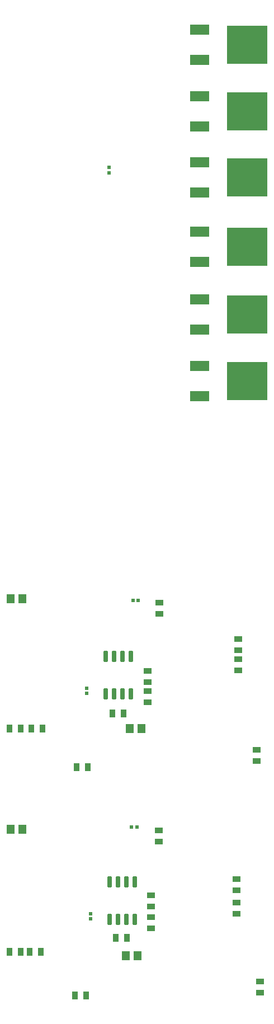
<source format=gbr>
G04 Layer_Color=128*
%FSLAX26Y26*%
%MOIN*%
%TF.FileFunction,Paste,Bot*%
%TF.Part,Single*%
G01*
G75*
%TA.AperFunction,SMDPad,CuDef*%
%ADD11R,0.033465X0.051181*%
%ADD12R,0.051181X0.033465*%
%ADD15R,0.020472X0.020472*%
%ADD44R,0.045276X0.057087*%
%ADD45R,0.118110X0.062992*%
%ADD46R,0.244095X0.228346*%
%ADD47R,0.020472X0.020472*%
G04:AMPARAMS|DCode=48|XSize=25.591mil|YSize=64.961mil|CornerRadius=1.919mil|HoleSize=0mil|Usage=FLASHONLY|Rotation=180.000|XOffset=0mil|YOffset=0mil|HoleType=Round|Shape=RoundedRectangle|*
%AMROUNDEDRECTD48*
21,1,0.025591,0.061122,0,0,180.0*
21,1,0.021752,0.064961,0,0,180.0*
1,1,0.003839,-0.010876,0.030561*
1,1,0.003839,0.010876,0.030561*
1,1,0.003839,0.010876,-0.030561*
1,1,0.003839,-0.010876,-0.030561*
%
%ADD48ROUNDEDRECTD48*%
D11*
X613465Y1730000D02*
D03*
X546535D02*
D03*
X1013465Y1500000D02*
D03*
X946535D02*
D03*
X733465Y399999D02*
D03*
X666535D02*
D03*
X546535D02*
D03*
X613463D02*
D03*
X1003465Y140000D02*
D03*
X936535D02*
D03*
X743465Y1730000D02*
D03*
X676535D02*
D03*
X1246968Y483402D02*
D03*
X1180040D02*
D03*
X1228968Y1820402D02*
D03*
X1162040D02*
D03*
D12*
X1900000Y766535D02*
D03*
Y833465D02*
D03*
X1900001Y626535D02*
D03*
Y693465D02*
D03*
X1910000Y2263465D02*
D03*
Y2196535D02*
D03*
Y2143465D02*
D03*
Y2076535D02*
D03*
X1369504Y1886936D02*
D03*
Y1953866D02*
D03*
Y2072866D02*
D03*
Y2005936D02*
D03*
X1389504Y736716D02*
D03*
Y669786D02*
D03*
Y539936D02*
D03*
Y606866D02*
D03*
X1438504Y1123866D02*
D03*
Y1056936D02*
D03*
X1442504Y2479868D02*
D03*
Y2412938D02*
D03*
X2040001Y223464D02*
D03*
Y156536D02*
D03*
X2019999Y1603465D02*
D03*
Y1536535D02*
D03*
D15*
X1139820Y5070994D02*
D03*
Y5039498D02*
D03*
X1029504Y626150D02*
D03*
Y594654D02*
D03*
X1008504Y1969150D02*
D03*
Y1937654D02*
D03*
D44*
X1334937Y1728402D02*
D03*
X1264071D02*
D03*
X554584Y2503250D02*
D03*
X625450D02*
D03*
X554567Y1130000D02*
D03*
X625433D02*
D03*
X1310433Y375000D02*
D03*
X1239567D02*
D03*
D45*
X1681042Y4106350D02*
D03*
Y4286664D02*
D03*
Y3708436D02*
D03*
Y3888752D02*
D03*
X1681040Y5711244D02*
D03*
Y5891558D02*
D03*
Y5316884D02*
D03*
Y5497200D02*
D03*
Y4508750D02*
D03*
Y4689066D02*
D03*
Y4922528D02*
D03*
Y5102844D02*
D03*
D46*
X1964506Y4196508D02*
D03*
Y3798594D02*
D03*
X1964504Y5801402D02*
D03*
Y5407042D02*
D03*
Y4598908D02*
D03*
Y5012686D02*
D03*
D47*
X1275528Y1141112D02*
D03*
X1307024D02*
D03*
X1284270Y2493250D02*
D03*
X1315766D02*
D03*
D48*
X1122504Y2159624D02*
D03*
X1172504D02*
D03*
X1222504D02*
D03*
X1272504D02*
D03*
X1122504Y1937182D02*
D03*
X1172504D02*
D03*
X1222504D02*
D03*
X1272504D02*
D03*
X1145018Y814472D02*
D03*
X1195018D02*
D03*
X1245018D02*
D03*
X1295018D02*
D03*
X1145018Y592030D02*
D03*
X1195018D02*
D03*
X1245018D02*
D03*
X1295018D02*
D03*
%TF.MD5,679cce01620bff50fc5ed261ca7f9cdc*%
M02*

</source>
